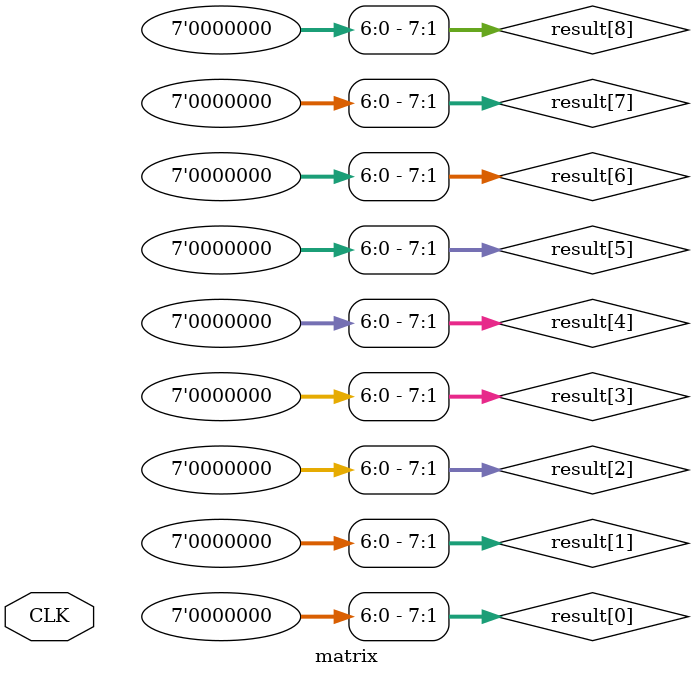
<source format=v>
`timescale 1ns / 1ps


module matrix(input CLK );
reg [39:0]a0;
reg [39:0]a1;
reg [39:0]a2;
reg [39:0]b0;
reg [39:0]b1;
reg [39:0]b2;
reg [7:0] ain0;
reg [7:0] ain1;
reg [7:0] ain2;
reg [7:0] bin0;
reg [7:0] bin1;
reg [7:0] bin2;
wire [7:0] a_mid01_o[3:0];
reg [7:0] a_mid01_i[3:0];
wire [7:0] a_mid12_o[3:0];
reg [7:0] a_mid12_i[3:0];
wire [7:0] a_mid23_o[3:0];
wire [7:0] b_mid01_o[3:0];
reg [7:0] b_mid01_i[3:0];
wire [7:0] b_mid12_o[3:0];
reg [7:0] b_mid12_i[3:0];
wire [7:0] b_mid23_o[3:0];
wire [7:0] result [8:0];
initial 
begin
    a0 = 40'h0000003030; 
    a1 = 40'h0000303000; 
    a2 = 40'h0030300000; 
    b0 = 40'h0000B8B8B8; 
    b1 = 40'h00B8B8B800; 
    b2 = 40'hB8B8B80000; 
end
always @(posedge CLK)
begin
    ain0 <= a0[7:0];
    ain1 <= a1[7:0];
    ain2 <= a2[7:0];
    bin0 <= b0[7:0];
    bin1 <= b1[7:0];
    bin2 <= b2[7:0];
    a0 <= a0 >> 8;
    a1 <= a1 >> 8;
    a2 <= a2 >> 8;
    b0 <= b0 >> 8;
    b1 <= b1 >> 8;
    b2 <= b2 >> 8;
    a_mid01_i[0] <= a_mid01_o[0];
    a_mid01_i[1] <= a_mid01_o[1];
    a_mid01_i[2] <= a_mid01_o[2];
    b_mid01_i[0] <= b_mid01_o[0];
    b_mid01_i[1] <= b_mid01_o[1];
    b_mid01_i[2] <= b_mid01_o[2];
    a_mid12_i[0] <= a_mid12_o[0];
    a_mid12_i[1] <= a_mid12_o[1];
    a_mid12_i[2] <= a_mid12_o[2];
    b_mid12_i[0] <= b_mid12_o[0];
    b_mid12_i[1] <= b_mid12_o[1];
    b_mid12_i[2] <= b_mid12_o[2];
end
MAC MAC00(.CLK(CLK),.ain(ain0),.bin(bin0),.aout(a_mid01_o[0]),.bout(b_mid01_o[0]));
MAC MAC10(.CLK(CLK),.ain(ain1),.bin(b_mid01_i[0]),.aout(a_mid01_o[1]),.bout(b_mid12_o[0]));
MAC MAC20(.CLK(CLK),.ain(ain2),.bin(b_mid12_i[0]),.aout(a_mid01_o[2]),.bout(b_mid23_o[0]));
MAC MAC01(.CLK(CLK),.ain(a_mid01_i[0]),.bin(bin1),.aout(a_mid12_o[0]),.bout(b_mid01_o[1]));
MAC MAC11(.CLK(CLK),.ain(a_mid01_i[1]),.bin(b_mid01_i[1]),.aout(a_mid12_o[1]),.bout(b_mid12_o[1]));
MAC MAC21(.CLK(CLK),.ain(a_mid01_i[2]),.bin(b_mid12_i[1]),.aout(a_mid12_o[2]),.bout(b_mid23_o[1]));
MAC MAC02(.CLK(CLK),.ain(a_mid12_i[0]),.bin(bin2),.aout(a_mid23_o[0]),.bout(b_mid01_o[2]));
MAC MAC12(.CLK(CLK),.ain(a_mid12_i[1]),.bin(b_mid01_i[2]),.aout(a_mid23_o[1]),.bout(b_mid12_o[2]));
MAC MAC22(.CLK(CLK),.ain(a_mid12_i[2]),.bin(b_mid12_i[2]),.aout(a_mid23_o[2]),.bout(b_mid23_o[2]));
assign result[0] = MAC00.save;
assign result[1] = MAC01.save;
assign result[2] = MAC02.save;
assign result[3] = MAC10.save;
assign result[4] = MAC11.save;
assign result[5] = MAC12.save;
assign result[6] = MAC20.save;
assign result[7] = MAC21.save;
assign result[8] = MAC22.save;
endmodule


</source>
